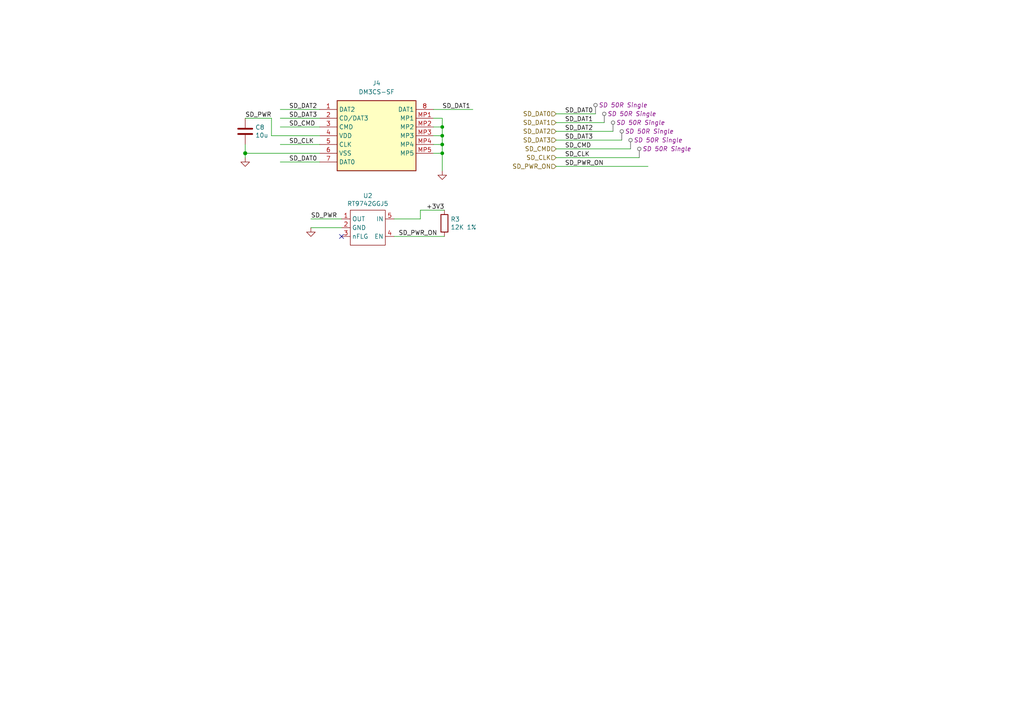
<source format=kicad_sch>
(kicad_sch (version 20230121) (generator eeschema)
  (paper "A4")
  (lib_symbols
    (symbol "CM4IO:RT9742GGJ5"
      (property "Reference" "U" (at 0 0 0))
      (property "Value" "RT9742GGJ5" (at 0 0 0))
      (symbol "RT9742GGJ5_0_0"
        (pin power_out line (at -8.89 10.16 0) (length 2.54) (name "OUT") (number "1"))
        (pin power_in line (at -8.89 7.62 0) (length 2.54) (name "GND") (number "2"))
        (pin open_collector line (at -8.89 5.08 0) (length 2.54) (name "nFLG") (number "3"))
        (pin input line (at 6.35 5.08 180) (length 2.54) (name "EN") (number "4"))
        (pin power_in line (at 6.35 10.16 180) (length 2.54) (name "IN") (number "5"))
      )
      (symbol "RT9742GGJ5_0_1"
        (rectangle (start -6.35 12.7) (end 3.81 2.54))
      )
    )
    (symbol "Device:C" (pin_numbers hide) (pin_names (offset 0.254))
      (property "Reference" "C" (at 0.635 2.54 0))
      (property "Value" "C" (at 0.635 -2.54 0))
      (symbol "C_0_1"
        (polyline (pts (xy -2.032 -0.762) (xy 2.032 -0.762)) (stroke (width 0.508)))
        (polyline (pts (xy -2.032 0.762) (xy 2.032 0.762)) (stroke (width 0.508)))
      )
      (symbol "C_1_1"
        (pin passive line (at 0 3.81 270) (length 2.794) (name "~") (number "1"))
        (pin passive line (at 0 -3.81 90) (length 2.794) (name "~") (number "2"))
      )
    )
    (symbol "Device:R" (pin_numbers hide) (pin_names (offset 0))
      (property "Reference" "R" (at 2.032 0 90))
      (property "Value" "R" (at 0 0 90))
      (symbol "R_0_1"
        (rectangle (start -1.016 -2.54) (end 1.016 2.54) (stroke (width 0.254)))
      )
      (symbol "R_1_1"
        (pin passive line (at 0 3.81 270) (length 1.27) (name "~") (number "1"))
        (pin passive line (at 0 -3.81 90) (length 1.27) (name "~") (number "2"))
      )
    )
    (symbol "SamacSys_Parts:DM3CS-SF"
      (property "Reference" "J" (at 29.21 7.62 0))
      (property "Value" "DM3CS-SF" (at 29.21 5.08 0))
      (symbol "DM3CS-SF_1_1"
        (rectangle (start 5.08 2.54) (end 27.94 -17.78) (stroke (width 0.254)) (fill (type background)))
        (pin passive line (at 0 0 0) (length 5.08) (name "DAT2") (number "1"))
        (pin passive line (at 0 -2.54 0) (length 5.08) (name "CD/DAT3") (number "2"))
        (pin passive line (at 0 -5.08 0) (length 5.08) (name "CMD") (number "3"))
        (pin passive line (at 0 -7.62 0) (length 5.08) (name "VDD") (number "4"))
        (pin passive line (at 0 -10.16 0) (length 5.08) (name "CLK") (number "5"))
        (pin passive line (at 0 -12.7 0) (length 5.08) (name "VSS") (number "6"))
        (pin passive line (at 0 -15.24 0) (length 5.08) (name "DAT0") (number "7"))
        (pin passive line (at 33.02 0 180) (length 5.08) (name "DAT1") (number "8"))
        (pin passive line (at 33.02 -2.54 180) (length 5.08) (name "MP1") (number "MP1"))
        (pin passive line (at 33.02 -5.08 180) (length 5.08) (name "MP2") (number "MP2"))
        (pin passive line (at 33.02 -7.62 180) (length 5.08) (name "MP3") (number "MP3"))
        (pin passive line (at 33.02 -10.16 180) (length 5.08) (name "MP4") (number "MP4"))
        (pin passive line (at 33.02 -12.7 180) (length 5.08) (name "MP5") (number "MP5"))
      )
    )
    (symbol "power:GND" (power) (pin_names (offset 0))
      (property "Value" "GND" (at 0 -3.81 0))
      (symbol "GND_0_1"
        (polyline (pts (xy 0 0) (xy 0 -1.27) (xy 1.27 -1.27) (xy 0 -2.54) (xy -1.27 -1.27) (xy 0 -1.27)))
      )
      (symbol "GND_1_1"
        (pin power_in line (at 0 0 270) (length 0) hide (name "GND") (number "1"))
      )
    )
  )
  (junction (at 128.27 36.83))
  (junction (at 71.12 44.45) (diameter 1.016))
  (junction (at 128.27 44.45))
  (junction (at 128.27 39.37))
  (junction (at 128.27 41.91))
  (no_connect (at 99.06 68.58))
  (wire (pts (xy 161.29 48.26) (xy 187.96 48.26)))
  (wire (pts (xy 81.28 46.99) (xy 92.71 46.99)))
  (wire (pts (xy 128.27 36.83) (xy 128.27 39.37)))
  (wire (pts (xy 92.71 41.91) (xy 81.28 41.91)))
  (wire (pts (xy 161.29 38.1) (xy 177.8 38.1)))
  (wire (pts (xy 114.3 63.5) (xy 121.92 63.5)))
  (wire (pts (xy 128.905 60.96) (xy 121.92 60.96)))
  (wire (pts (xy 125.73 44.45) (xy 128.27 44.45)))
  (wire (pts (xy 125.73 34.29) (xy 128.27 34.29)))
  (wire (pts (xy 137.16 31.75) (xy 125.73 31.75)))
  (wire (pts (xy 161.29 35.56) (xy 175.26 35.56)))
  (wire (pts (xy 81.28 31.75) (xy 92.71 31.75)))
  (wire (pts (xy 128.27 44.45) (xy 128.27 49.53)))
  (wire (pts (xy 128.27 34.29) (xy 128.27 36.83)))
  (wire (pts (xy 92.71 39.37) (xy 78.74 39.37)))
  (wire (pts (xy 114.3 68.58) (xy 128.905 68.58)))
  (wire (pts (xy 71.12 41.91) (xy 71.12 44.45)))
  (wire (pts (xy 81.28 36.83) (xy 92.71 36.83)))
  (wire (pts (xy 92.71 34.29) (xy 81.28 34.29)))
  (wire (pts (xy 161.29 45.72) (xy 185.42 45.72)))
  (wire (pts (xy 125.73 41.91) (xy 128.27 41.91)))
  (wire (pts (xy 71.12 44.45) (xy 71.12 45.72)))
  (wire (pts (xy 128.27 41.91) (xy 128.27 44.45)))
  (wire (pts (xy 161.29 43.18) (xy 182.88 43.18)))
  (wire (pts (xy 78.74 39.37) (xy 78.74 34.29)))
  (wire (pts (xy 71.12 34.29) (xy 78.74 34.29)))
  (wire (pts (xy 99.06 63.5) (xy 90.17 63.5)))
  (wire (pts (xy 125.73 39.37) (xy 128.27 39.37)))
  (wire (pts (xy 121.92 60.96) (xy 121.92 63.5)))
  (wire (pts (xy 125.73 36.83) (xy 128.27 36.83)))
  (wire (pts (xy 99.06 66.04) (xy 90.17 66.04)))
  (wire (pts (xy 128.27 39.37) (xy 128.27 41.91)))
  (wire (pts (xy 161.29 33.02) (xy 172.72 33.02)))
  (wire (pts (xy 71.12 44.45) (xy 92.71 44.45)))
  (wire (pts (xy 161.29 40.64) (xy 180.34 40.64)))
  (label "SD_PWR_ON" (at 163.83 48.26 0))
  (label "SD_CLK" (at 163.83 45.72 0))
  (label "SD_DAT2" (at 83.82 31.75 0))
  (label "SD_DAT1" (at 128.27 31.75 0))
  (label "+3V3" (at 128.905 60.96 180))
  (label "SD_CMD" (at 83.82 36.83 0))
  (label "SD_DAT0" (at 163.83 33.02 0))
  (label "SD_PWR" (at 90.17 63.5 0))
  (label "SD_DAT2" (at 163.83 38.1 0))
  (label "SD_DAT3" (at 83.82 34.29 0))
  (label "SD_CMD" (at 163.83 43.18 0))
  (label "SD_DAT3" (at 163.83 40.64 0))
  (label "SD_DAT0" (at 83.82 46.99 0))
  (label "SD_PWR_ON" (at 115.57 68.58 0))
  (label "SD_DAT1" (at 163.83 35.56 0))
  (label "SD_CLK" (at 83.82 41.91 0))
  (label "SD_PWR" (at 71.12 34.29 0))
  (hierarchical_label "SD_CMD" (shape input) (at 161.29 43.18 180))
  (hierarchical_label "SD_DAT2" (shape input) (at 161.29 38.1 180))
  (hierarchical_label "SD_PWR_ON" (shape input) (at 161.29 48.26 180))
  (hierarchical_label "SD_CLK" (shape input) (at 161.29 45.72 180))
  (hierarchical_label "SD_DAT1" (shape input) (at 161.29 35.56 180))
  (hierarchical_label "SD_DAT0" (shape input) (at 161.29 33.02 180))
  (hierarchical_label "SD_DAT3" (shape input) (at 161.29 40.64 180))
  (netclass_flag "" (length 2.54) (shape round) (at 172.72 33.02 0) (property "Netclass" "SD 50R Single" (at 173.609 30.48 0) (effects (font italic) (justify left))))
  (netclass_flag "" (length 2.54) (shape round) (at 180.34 40.64 0) (property "Netclass" "SD 50R Single" (at 181.229 38.1 0) (effects (font italic) (justify left))))
  (netclass_flag "" (length 2.54) (shape round) (at 177.8 38.1 0) (property "Netclass" "SD 50R Single" (at 178.689 35.56 0) (effects (font italic) (justify left))))
  (netclass_flag "" (length 2.54) (shape round) (at 175.26 35.56 0) (property "Netclass" "SD 50R Single" (at 176.149 33.02 0) (effects (font italic) (justify left))))
  (netclass_flag "" (length 2.54) (shape round) (at 182.88 43.18 0) (property "Netclass" "SD 50R Single" (at 183.769 40.64 0) (effects (font italic) (justify left))))
  (netclass_flag "" (length 2.54) (shape round) (at 185.42 45.72 0) (property "Netclass" "SD 50R Single" (at 186.309 43.18 0) (effects (font italic) (justify left))))
  (symbol (lib_id "power:GND") (at 128.27 49.53 0) (unit 1)
    (property "Reference" "#PWR022" (effects hide))
    (property "Value" "GND" (effects hide))
    (instances (project "rpi-cm4-base-carrier" (path "" (reference "#PWR022") (unit 1))) (project "CM4IOv5" (path "" (reference "#PWR0108") (unit 1))))
  )
  (symbol (lib_id "SamacSys_Parts:DM3CS-SF") (at 92.71 31.75 0) (unit 1)
    (property "Reference" "J4" (at 109.22 24.13 0))
    (property "Value" "DM3CS-SF" (at 109.22 26.67 0))
    (property "Footprint" "DM3CSSF" (effects hide))
    (property "Datasheet" "https://datasheet.lcsc.com/szlcsc/Hirose-HRS-DM3CS-SF_C202111.pdf" (effects hide))
    (property "Height" "1.83" (effects hide))
    (property "Mouser Part Number" "798-DM3CSSF" (effects hide))
    (property "Mouser Price/Stock" "https://www.mouser.co.uk/ProductDetail/Hirose-Connector/DM3CS-SF?qs=tTj%252BmQ3KZwbB9K5zh89Rcw%3D%3D" (effects hide))
    (property "Manufacturer_Name" "Hirose" (effects hide))
    (property "Manufacturer_Part_Number" "DM3CS-SF" (effects hide))
  )
  (symbol (lib_id "power:GND") (at 71.12 45.72 0) (unit 1)
    (property "Reference" "#PWR020" (effects hide))
    (property "Value" "GND" (effects hide))
    (instances (project "rpi-cm4-base-carrier" (path "" (reference "#PWR020") (unit 1))) (project "CM4IOv5" (path "" (reference "#PWR0107") (unit 1))))
  )
  (symbol (lib_id "CM4IO:RT9742GGJ5") (at 107.95 73.66 0) (unit 1)
    (property "Reference" "U2" (at 106.68 56.769 0))
    (property "Value" "RT9742GGJ5" (at 106.68 59.0804 0))
    (property "Footprint" "Package_TO_SOT_SMD:SOT-23-5" (effects hide))
    (property "Datasheet" "https://www.richtek.com/assets/product_file/RT9742/DS9742-00.pdf" (effects hide))
    (property "Field4" "Farnell" (effects hide))
    (property "Field5" "	2545875" (effects hide))
    (property "Field6" "RT9742GGJ5" (effects hide))
    (property "Field7" "RichTek" (effects hide))
    (property "Field8" "USWI00166" (effects hide))
    (property "Part Description" "	Power Switch/Driver 1:1 N-Channel 1A TSOT-23-5" (effects hide))
    (instances (project "rpi-cm4-base-carrier" (path "" (reference "U2") (unit 1))) (project "CM4IOv5" (path "" (reference "U18") (unit 1))))
  )
  (symbol (lib_id "Device:R") (at 128.905 64.77 0) (unit 1)
    (property "Reference" "R3" (at 130.683 63.6016 0) (effects (justify left)))
    (property "Value" "12K 1%" (at 130.683 65.913 0) (effects (justify left)))
    (property "Footprint" "Resistor_SMD:R_0402_1005Metric" (effects hide))
    (property "Datasheet" "https://fscdn.rohm.com/en/products/databook/datasheet/passive/resistor/chip_resistor/mcr-e.pdf" (effects hide))
    (property "Field4" "Farnell" (effects hide))
    (property "Field5" "9239367" (effects hide))
    (property "Field7" "Rohm" (effects hide))
    (property "Field6" "MCR01MZPF1202" (effects hide))
    (property "Part Description" "Resistor 12K M1005 1% 63mW" (effects hide))
    (instances (project "rpi-cm4-base-carrier" (path "" (reference "R3") (unit 1))) (project "CM4IOv5" (path "" (reference "R29") (unit 1))))
  )
  (symbol (lib_id "Device:C") (at 71.12 38.1 0) (unit 1)
    (property "Reference" "C8" (at 74.041 36.9316 0) (effects (justify left)))
    (property "Value" "10u" (at 74.041 39.243 0) (effects (justify left)))
    (property "Footprint" "Capacitor_SMD:C_0805_2012Metric" (effects hide))
    (property "Datasheet" "https://search.murata.co.jp/Ceramy/image/img/A01X/G101/ENG/GRM21BR71A106KA73-01.pdf" (effects hide))
    (property "Field5" "490-14381-1-ND" (effects hide))
    (property "Field4" "Digikey" (effects hide))
    (property "Field6" "GRM21BR71A106KA73L" (effects hide))
    (property "Field7" "Murata" (effects hide))
    (property "Part Description" "	10uF 10% 10V Ceramic Capacitor X7R 0805 (2012 Metric)" (effects hide))
    (property "Field8" "111893011" (effects hide))
    (instances (project "rpi-cm4-base-carrier" (path "" (reference "C8") (unit 1))) (project "CM4IOv5" (path "" (reference "C5") (unit 1))))
  )
  (symbol (lib_id "power:GND") (at 90.17 66.04 0) (unit 1)
    (property "Reference" "#PWR021" (effects hide))
    (property "Value" "GND" (effects hide))
    (instances (project "rpi-cm4-base-carrier" (path "" (reference "#PWR021") (unit 1))) (project "CM4IOv5" (path "" (reference "#PWR0113") (unit 1))))
  )
)
</source>
